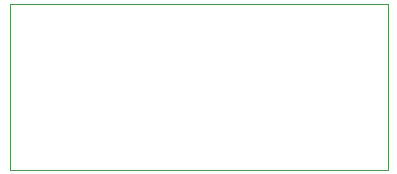
<source format=gbr>
G04 #@! TF.GenerationSoftware,KiCad,Pcbnew,(5.1.5-0-10_14)*
G04 #@! TF.CreationDate,2020-08-21T21:41:28-04:00*
G04 #@! TF.ProjectId,ESLO,45534c4f-2e6b-4696-9361-645f70636258,rev?*
G04 #@! TF.SameCoordinates,Original*
G04 #@! TF.FileFunction,Profile,NP*
%FSLAX46Y46*%
G04 Gerber Fmt 4.6, Leading zero omitted, Abs format (unit mm)*
G04 Created by KiCad (PCBNEW (5.1.5-0-10_14)) date 2020-08-21 21:41:28*
%MOMM*%
%LPD*%
G04 APERTURE LIST*
%ADD10C,0.050000*%
G04 APERTURE END LIST*
D10*
X139000000Y-114000000D02*
X139000000Y-100000000D01*
X171000000Y-114000000D02*
X139000000Y-114000000D01*
X171000000Y-100000000D02*
X171000000Y-114000000D01*
X139000000Y-100000000D02*
X171000000Y-100000000D01*
M02*

</source>
